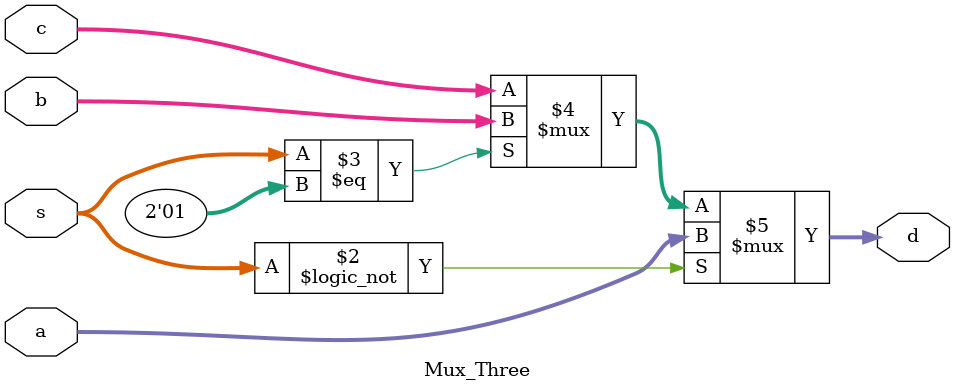
<source format=v>
module Mux_Three (
    input [31:0] a, b, c,
    input [1:0] s,
    output reg [31:0] d
    );
    always @(*) begin
        d = (s == 2'd0) ? a : (s == 2'd1) ? b : c;
    end
endmodule

//      | \
//      |  \
// a -->| 0 |
// b -->| 1 |
// c -->| 2 | --> d
//      |   |
//      |  / <----s
//      | /
</source>
